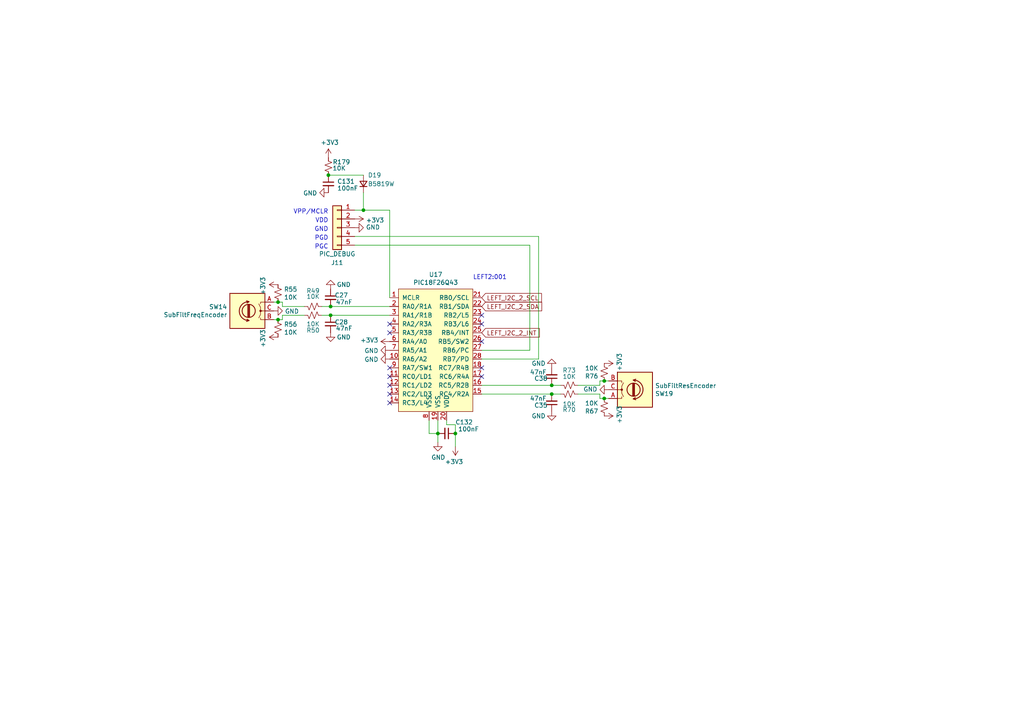
<source format=kicad_sch>
(kicad_sch (version 20210621) (generator eeschema)
  (paper "A4")
  (lib_symbols
    (symbol "Connector_Generic:Conn_01x05" (pin_names (offset 1.016) hide)
      (property "Reference" "J" (at 0 7.62 0))
      (property "Value" "Conn_01x05" (at 0 -7.62 0))
      (symbol "Conn_01x05_1_1"
        (rectangle (start -1.27 -4.953) (end 0 -5.207) (stroke (width 0.1524)))
        (rectangle (start -1.27 -2.413) (end 0 -2.667) (stroke (width 0.1524)))
        (rectangle (start -1.27 0.127) (end 0 -0.127) (stroke (width 0.1524)))
        (rectangle (start -1.27 2.667) (end 0 2.413) (stroke (width 0.1524)))
        (rectangle (start -1.27 5.207) (end 0 4.953) (stroke (width 0.1524)))
        (rectangle (start -1.27 6.35) (end 1.27 -6.35) (stroke (width 0.254)) (fill (type background)))
        (pin passive line (at -5.08 5.08 0) (length 3.81) (name "Pin_1") (number "1"))
        (pin passive line (at -5.08 2.54 0) (length 3.81) (name "Pin_2") (number "2"))
        (pin passive line (at -5.08 0 0) (length 3.81) (name "Pin_3") (number "3"))
        (pin passive line (at -5.08 -2.54 0) (length 3.81) (name "Pin_4") (number "4"))
        (pin passive line (at -5.08 -5.08 0) (length 3.81) (name "Pin_5") (number "5"))
      )
    )
    (symbol "Device:C_Small" (pin_numbers hide) (pin_names (offset 0.254) hide)
      (property "Reference" "C" (at 0.254 1.778 0))
      (property "Value" "C_Small" (at 0.254 -2.032 0))
      (symbol "C_Small_0_1"
        (polyline (pts (xy -1.524 -0.508) (xy 1.524 -0.508)) (stroke (width 0.3302)))
        (polyline (pts (xy -1.524 0.508) (xy 1.524 0.508)) (stroke (width 0.3048)))
      )
      (symbol "C_Small_1_1"
        (pin passive line (at 0 2.54 270) (length 2.032) (name "~") (number "1"))
        (pin passive line (at 0 -2.54 90) (length 2.032) (name "~") (number "2"))
      )
    )
    (symbol "Device:D_Small" (pin_numbers hide) (pin_names (offset 0.254) hide)
      (property "Reference" "D" (at -1.27 2.032 0))
      (property "Value" "D_Small" (at -3.81 -2.032 0))
      (symbol "D_Small_0_1"
        (polyline (pts (xy -0.762 -1.016) (xy -0.762 1.016)) (stroke (width 0.254)))
        (polyline (pts (xy -0.762 0) (xy 0.762 0)))
        (polyline (pts (xy 0.762 -1.016) (xy -0.762 0) (xy 0.762 1.016) (xy 0.762 -1.016)) (stroke (width 0.254)))
      )
      (symbol "D_Small_1_1"
        (pin passive line (at -2.54 0 0) (length 1.778) (name "K") (number "1"))
        (pin passive line (at 2.54 0 180) (length 1.778) (name "A") (number "2"))
      )
    )
    (symbol "Device:R_Small_US" (pin_numbers hide) (pin_names (offset 0.254) hide)
      (property "Reference" "R" (at 0.762 0.508 0))
      (property "Value" "R_Small_US" (at 0.762 -1.016 0))
      (symbol "R_Small_US_1_1"
        (polyline (pts (xy 0 0) (xy 1.016 -0.381) (xy 0 -0.762) (xy -1.016 -1.143) (xy 0 -1.524)))
        (polyline (pts (xy 0 1.524) (xy 1.016 1.143) (xy 0 0.762) (xy -1.016 0.381) (xy 0 0)))
        (pin passive line (at 0 2.54 270) (length 1.016) (name "~") (number "1"))
        (pin passive line (at 0 -2.54 90) (length 1.016) (name "~") (number "2"))
      )
    )
    (symbol "Device:RotaryEncoder" (pin_names (offset 0.254) hide)
      (property "Reference" "SW" (at 0 6.604 0))
      (property "Value" "RotaryEncoder" (at 0 -6.604 0))
      (symbol "RotaryEncoder_0_1"
        (arc (start -0.381 -2.794) (end -0.381 2.667) (radius (at -0.381 -0.0508) (length 2.7432) (angles -89.9 89.9)) (stroke (width 0.254)))
        (circle (center -0.381 0) (radius 1.905) (stroke (width 0.254)))
        (circle (center -3.81 0) (radius 0.254) (fill (type outline)))
        (rectangle (start -5.08 5.08) (end 5.08 -5.08) (stroke (width 0.254)) (fill (type background)))
        (polyline (pts (xy -0.635 -1.778) (xy -0.635 1.778)) (stroke (width 0.254)))
        (polyline (pts (xy -0.381 -1.778) (xy -0.381 1.778)) (stroke (width 0.254)))
        (polyline (pts (xy -0.127 1.778) (xy -0.127 -1.778)) (stroke (width 0.254)))
        (polyline (pts (xy -5.08 -2.54) (xy -3.81 -2.54) (xy -3.81 -2.032)))
        (polyline (pts (xy -5.08 2.54) (xy -3.81 2.54) (xy -3.81 2.032)))
        (polyline (pts (xy 0.254 -3.048) (xy -0.508 -2.794) (xy 0.127 -2.413)) (stroke (width 0.254)))
        (polyline (pts (xy 0.254 2.921) (xy -0.508 2.667) (xy 0.127 2.286)) (stroke (width 0.254)))
        (polyline (pts (xy -5.08 0) (xy -3.81 0) (xy -3.81 -1.016) (xy -3.302 -2.032)))
        (polyline (pts (xy -4.318 0) (xy -3.81 0) (xy -3.81 1.016) (xy -3.302 2.032)))
      )
      (symbol "RotaryEncoder_1_1"
        (pin passive line (at -7.62 2.54 0) (length 2.54) (name "A") (number "A"))
        (pin passive line (at -7.62 -2.54 0) (length 2.54) (name "B") (number "B"))
        (pin passive line (at -7.62 0 0) (length 2.54) (name "C") (number "C"))
      )
    )
    (symbol "PIC18F26Q43:PIC18F26Q43" (pin_names (offset 1.016))
      (property "Reference" "U" (at -6.35 -1.27 0))
      (property "Value" "PIC18F26Q43" (at -6.35 -3.81 0))
      (symbol "PIC18F26Q43_0_1"
        (rectangle (start -17.78 -6.35) (end 3.81 -41.91) (fill (type background)))
      )
      (symbol "PIC18F26Q43_1_1"
        (pin input line (at -20.32 -8.89 0) (length 2.54) (name "MCLR") (number "1"))
        (pin input line (at -20.32 -26.67 0) (length 2.54) (name "RA6/A2") (number "10"))
        (pin output line (at -20.32 -31.75 0) (length 2.54) (name "RC0/LD1") (number "11"))
        (pin output line (at -20.32 -34.29 0) (length 2.54) (name "RC1/LD2") (number "12"))
        (pin output line (at -20.32 -36.83 0) (length 2.54) (name "RC2/LD3") (number "13"))
        (pin output line (at -20.32 -39.37 0) (length 2.54) (name "RC3/L4") (number "14"))
        (pin input line (at 6.35 -36.83 180) (length 2.54) (name "RC4/R2A") (number "15"))
        (pin input line (at 6.35 -34.29 180) (length 2.54) (name "RC5/R2B") (number "16"))
        (pin input line (at 6.35 -31.75 180) (length 2.54) (name "RC6/R4A") (number "17"))
        (pin input line (at 6.35 -29.21 180) (length 2.54) (name "RC7/R4B") (number "18"))
        (pin power_in line (at -6.35 -44.45 90) (length 2.54) (name "VSS") (number "19"))
        (pin input line (at -20.32 -11.43 0) (length 2.54) (name "RA0/R1A") (number "2"))
        (pin power_in line (at -3.81 -44.45 90) (length 2.54) (name "VDD") (number "20"))
        (pin input line (at 6.35 -8.89 180) (length 2.54) (name "RB0/SCL") (number "21"))
        (pin bidirectional line (at 6.35 -11.43 180) (length 2.54) (name "RB1/SDA") (number "22"))
        (pin output line (at 6.35 -13.97 180) (length 2.54) (name "RB2/L5") (number "23"))
        (pin output line (at 6.35 -16.51 180) (length 2.54) (name "RB3/L6") (number "24"))
        (pin bidirectional line (at 6.35 -19.05 180) (length 2.54) (name "RB4/INT") (number "25"))
        (pin output line (at 6.35 -21.59 180) (length 2.54) (name "RB5/SW2") (number "26"))
        (pin input line (at 6.35 -24.13 180) (length 2.54) (name "RB6/PC") (number "27"))
        (pin input line (at 6.35 -26.67 180) (length 2.54) (name "RB7/PD") (number "28"))
        (pin input line (at -20.32 -13.97 0) (length 2.54) (name "RA1/R1B") (number "3"))
        (pin input line (at -20.32 -16.51 0) (length 2.54) (name "RA2/R3A") (number "4"))
        (pin input line (at -20.32 -19.05 0) (length 2.54) (name "RA3/R3B") (number "5"))
        (pin input line (at -20.32 -21.59 0) (length 2.54) (name "RA4/A0") (number "6"))
        (pin input line (at -20.32 -24.13 0) (length 2.54) (name "RA5/A1") (number "7"))
        (pin power_in line (at -8.89 -44.45 90) (length 2.54) (name "VSS") (number "8"))
        (pin input line (at -20.32 -29.21 0) (length 2.54) (name "RA7/SW1") (number "9"))
      )
    )
    (symbol "power:+3.3V" (power) (pin_names (offset 0))
      (property "Value" "+3.3V" (at 0 3.556 0))
      (symbol "+3.3V_0_1"
        (polyline (pts (xy -0.762 1.27) (xy 0 2.54)))
        (polyline (pts (xy 0 0) (xy 0 2.54)))
        (polyline (pts (xy 0 2.54) (xy 0.762 1.27)))
      )
      (symbol "+3.3V_1_1"
        (pin power_in line (at 0 0 90) (length 0) hide (name "+3V3") (number "1"))
      )
    )
    (symbol "power:GND" (power) (pin_names (offset 0))
      (property "Value" "GND" (at 0 -3.81 0))
      (symbol "GND_0_1"
        (polyline (pts (xy 0 0) (xy 0 -1.27) (xy 1.27 -1.27) (xy 0 -2.54) (xy -1.27 -1.27) (xy 0 -1.27)))
      )
      (symbol "GND_1_1"
        (pin power_in line (at 0 0 270) (length 0) hide (name "GND") (number "1"))
      )
    )
  )
  (junction (at 80.645 87.63))
  (junction (at 80.645 92.71))
  (junction (at 95.25 50.8))
  (junction (at 95.885 88.9))
  (junction (at 95.885 91.44))
  (junction (at 105.41 60.96))
  (junction (at 127 125.73))
  (junction (at 132.08 125.73))
  (junction (at 160.02 111.76))
  (junction (at 160.02 114.3))
  (junction (at 175.26 110.49))
  (junction (at 175.26 115.57))
  (no_connect (at 113.03 93.98))
  (no_connect (at 113.03 96.52))
  (no_connect (at 113.03 106.68))
  (no_connect (at 113.03 109.22))
  (no_connect (at 113.03 111.76))
  (no_connect (at 113.03 114.3))
  (no_connect (at 113.03 116.84))
  (no_connect (at 139.7 91.44))
  (no_connect (at 139.7 93.98))
  (no_connect (at 139.7 99.06))
  (no_connect (at 139.7 106.68))
  (no_connect (at 139.7 109.22))
  (wire (pts (xy 80.645 87.63) (xy 79.375 87.63)))
  (wire (pts (xy 80.645 92.71) (xy 79.375 92.71)))
  (wire (pts (xy 81.915 87.63) (xy 80.645 87.63)))
  (wire (pts (xy 81.915 87.63) (xy 81.915 88.9)))
  (wire (pts (xy 81.915 91.44) (xy 81.915 92.71)))
  (wire (pts (xy 81.915 92.71) (xy 80.645 92.71)))
  (wire (pts (xy 88.265 88.9) (xy 81.915 88.9)))
  (wire (pts (xy 88.265 91.44) (xy 81.915 91.44)))
  (wire (pts (xy 93.345 88.9) (xy 95.885 88.9)))
  (wire (pts (xy 93.345 91.44) (xy 95.885 91.44)))
  (wire (pts (xy 95.25 50.8) (xy 105.41 50.8)))
  (wire (pts (xy 95.885 88.9) (xy 113.03 88.9)))
  (wire (pts (xy 95.885 91.44) (xy 113.03 91.44)))
  (wire (pts (xy 102.87 60.96) (xy 105.41 60.96)))
  (wire (pts (xy 102.87 71.12) (xy 153.67 71.12)))
  (wire (pts (xy 105.41 60.96) (xy 105.41 55.88)))
  (wire (pts (xy 113.03 60.96) (xy 105.41 60.96)))
  (wire (pts (xy 113.03 60.96) (xy 113.03 86.36)))
  (wire (pts (xy 124.46 121.92) (xy 124.46 125.73)))
  (wire (pts (xy 124.46 125.73) (xy 127 125.73)))
  (wire (pts (xy 127 121.92) (xy 127 125.73)))
  (wire (pts (xy 127 125.73) (xy 127 128.27)))
  (wire (pts (xy 129.54 121.92) (xy 129.54 123.19)))
  (wire (pts (xy 132.08 123.19) (xy 129.54 123.19)))
  (wire (pts (xy 132.08 123.19) (xy 132.08 125.73)))
  (wire (pts (xy 132.08 129.54) (xy 132.08 125.73)))
  (wire (pts (xy 139.7 104.14) (xy 156.21 104.14)))
  (wire (pts (xy 139.7 111.76) (xy 160.02 111.76)))
  (wire (pts (xy 139.7 114.3) (xy 160.02 114.3)))
  (wire (pts (xy 153.67 71.12) (xy 153.67 101.6)))
  (wire (pts (xy 153.67 101.6) (xy 139.7 101.6)))
  (wire (pts (xy 156.21 68.58) (xy 102.87 68.58)))
  (wire (pts (xy 156.21 104.14) (xy 156.21 68.58)))
  (wire (pts (xy 162.56 111.76) (xy 160.02 111.76)))
  (wire (pts (xy 162.56 114.3) (xy 160.02 114.3)))
  (wire (pts (xy 167.64 111.76) (xy 173.99 111.76)))
  (wire (pts (xy 167.64 114.3) (xy 173.99 114.3)))
  (wire (pts (xy 173.99 110.49) (xy 175.26 110.49)))
  (wire (pts (xy 173.99 111.76) (xy 173.99 110.49)))
  (wire (pts (xy 173.99 115.57) (xy 173.99 114.3)))
  (wire (pts (xy 173.99 115.57) (xy 175.26 115.57)))
  (wire (pts (xy 175.26 110.49) (xy 176.53 110.49)))
  (wire (pts (xy 175.26 115.57) (xy 176.53 115.57)))
  (text "VPP/MCLR" (at 95.25 62.23 180) (effects (font (size 1.27 1.27)) (justify right bottom)))
  (text "VDD" (at 95.25 64.77 180) (effects (font (size 1.27 1.27)) (justify right bottom)))
  (text "GND" (at 95.25 67.31 180) (effects (font (size 1.27 1.27)) (justify right bottom)))
  (text "PGD" (at 95.25 69.85 180) (effects (font (size 1.27 1.27)) (justify right bottom)))
  (text "PGC" (at 95.25 72.39 180) (effects (font (size 1.27 1.27)) (justify right bottom)))
  (text "LEFT2:001" (at 137.16 81.28 0) (effects (font (size 1.27 1.27)) (justify left bottom)))
  (global_label "LEFT_I2C_2_SCL" (shape input) (at 139.7 86.36 0) (property "Intersheet References" "${INTERSHEET_REFS}" (effects hide)))
  (global_label "LEFT_I2C_2_SDA" (shape input) (at 139.7 88.9 0) (property "Intersheet References" "${INTERSHEET_REFS}" (effects hide)))
  (global_label "LEFT_I2C_2_INT" (shape input) (at 139.7 96.52 0) (property "Intersheet References" "${INTERSHEET_REFS}" (effects hide)))
  (symbol (lib_id "power:+3.3V") (at 80.645 82.55 90) (mirror x) (unit 1)
    (property "Reference" "#PWR0414" (effects hide))
    (property "Value" "+3.3V" (at 76.2508 82.931 0))
  )
  (symbol (lib_id "power:+3.3V") (at 80.645 97.79 90) (mirror x) (unit 1)
    (property "Reference" "#PWR0416" (effects hide))
    (property "Value" "+3.3V" (at 76.2508 98.171 0))
  )
  (symbol (lib_id "power:+3.3V") (at 95.25 45.72 0) (unit 1)
    (property "Reference" "#PWR0410" (effects hide))
    (property "Value" "+3.3V" (at 95.631 41.3258 0))
  )
  (symbol (lib_id "power:+3.3V") (at 102.87 63.5 270) (unit 1)
    (property "Reference" "#PWR0412" (effects hide))
    (property "Value" "+3.3V" (at 106.1212 63.881 90) (effects (justify left)))
  )
  (symbol (lib_id "power:+3.3V") (at 113.03 99.06 90) (unit 1)
    (property "Reference" "#PWR0921" (effects hide))
    (property "Value" "+3.3V" (at 109.7788 98.679 90) (effects (justify left)))
  )
  (symbol (lib_id "power:+3.3V") (at 132.08 129.54 180) (unit 1)
    (property "Reference" "#PWR0422" (effects hide))
    (property "Value" "+3.3V" (at 131.699 133.9342 0))
  )
  (symbol (lib_id "power:+3.3V") (at 175.26 105.41 270) (mirror x) (unit 1)
    (property "Reference" "#PWR0420" (effects hide))
    (property "Value" "+3.3V" (at 179.6542 105.029 0))
  )
  (symbol (lib_id "power:+3.3V") (at 175.26 120.65 270) (mirror x) (unit 1)
    (property "Reference" "#PWR0418" (effects hide))
    (property "Value" "+3.3V" (at 179.6542 120.269 0))
  )
  (symbol (lib_id "power:GND") (at 79.375 90.17 90) (mirror x) (unit 1)
    (property "Reference" "#PWR0119" (effects hide))
    (property "Value" "GND" (at 82.6262 90.297 90) (effects (justify right)))
  )
  (symbol (lib_id "power:GND") (at 95.25 55.88 270) (unit 1)
    (property "Reference" "#PWR0362" (effects hide))
    (property "Value" "GND" (at 91.9988 56.007 90) (effects (justify right)))
  )
  (symbol (lib_id "power:GND") (at 95.885 83.82 0) (mirror x) (unit 1)
    (property "Reference" "#PWR0109" (effects hide))
    (property "Value" "GND" (at 99.695 82.55 0))
  )
  (symbol (lib_id "power:GND") (at 95.885 96.52 0) (mirror y) (unit 1)
    (property "Reference" "#PWR0110" (effects hide))
    (property "Value" "GND" (at 99.695 97.79 0))
  )
  (symbol (lib_id "power:GND") (at 102.87 66.04 90) (unit 1)
    (property "Reference" "#PWR0360" (effects hide))
    (property "Value" "GND" (at 106.1212 65.913 90) (effects (justify right)))
  )
  (symbol (lib_id "power:GND") (at 113.03 101.6 270) (unit 1)
    (property "Reference" "#PWR0922" (effects hide))
    (property "Value" "GND" (at 109.7788 101.727 90) (effects (justify right)))
  )
  (symbol (lib_id "power:GND") (at 113.03 104.14 270) (unit 1)
    (property "Reference" "#PWR0923" (effects hide))
    (property "Value" "GND" (at 109.7788 104.267 90) (effects (justify right)))
  )
  (symbol (lib_id "power:GND") (at 127 128.27 0) (unit 1)
    (property "Reference" "#PWR0263" (effects hide))
    (property "Value" "GND" (at 127.127 132.6642 0))
  )
  (symbol (lib_id "power:GND") (at 160.02 106.68 0) (mirror x) (unit 1)
    (property "Reference" "#PWR0139" (effects hide))
    (property "Value" "GND" (at 156.21 105.41 0))
  )
  (symbol (lib_id "power:GND") (at 160.02 119.38 0) (mirror y) (unit 1)
    (property "Reference" "#PWR0133" (effects hide))
    (property "Value" "GND" (at 156.21 120.65 0))
  )
  (symbol (lib_id "power:GND") (at 176.53 113.03 270) (mirror x) (unit 1)
    (property "Reference" "#PWR0136" (effects hide))
    (property "Value" "GND" (at 173.2788 112.903 90) (effects (justify right)))
  )
  (symbol (lib_id "Device:R_Small_US") (at 80.645 85.09 180) (unit 1)
    (property "Reference" "R55" (at 82.3468 83.9216 0) (effects (justify right)))
    (property "Value" "10K" (at 82.3468 86.233 0) (effects (justify right)))
    (property "Footprint" "Resistor_SMD:R_0402_1005Metric" (effects hide))
    (property "LCSC" "C25744" (effects hide))
  )
  (symbol (lib_id "Device:R_Small_US") (at 80.645 95.25 180) (unit 1)
    (property "Reference" "R56" (at 82.3468 94.0816 0) (effects (justify right)))
    (property "Value" "10K" (at 82.3468 96.393 0) (effects (justify right)))
    (property "Footprint" "Resistor_SMD:R_0402_1005Metric" (effects hide))
    (property "LCSC" "C25744" (effects hide))
  )
  (symbol (lib_id "Device:R_Small_US") (at 90.805 88.9 90) (mirror x) (unit 1)
    (property "Reference" "R49" (at 90.805 85.09 90) (effects (justify bottom)))
    (property "Value" "10K" (at 90.805 86.0044 90))
    (property "Footprint" "Resistor_SMD:R_0402_1005Metric" (effects hide))
    (property "LCSC" "C25744" (effects hide))
  )
  (symbol (lib_id "Device:R_Small_US") (at 90.805 91.44 270) (mirror x) (unit 1)
    (property "Reference" "R50" (at 90.805 96.52 90) (effects (justify top)))
    (property "Value" "10K" (at 90.805 93.98 90))
    (property "Footprint" "Resistor_SMD:R_0402_1005Metric" (effects hide))
    (property "LCSC" "C25744" (effects hide))
  )
  (symbol (lib_id "Device:R_Small_US") (at 95.25 48.26 180) (unit 1)
    (property "Reference" "R179" (at 101.6 46.99 0) (effects (justify left)))
    (property "Value" "10K" (at 100.33 49.53 0) (effects (justify left top)))
    (property "Footprint" "Resistor_SMD:R_0603_1608Metric" (effects hide))
    (property "LCSC" "C25804" (effects hide))
  )
  (symbol (lib_id "Device:R_Small_US") (at 165.1 111.76 90) (mirror x) (unit 1)
    (property "Reference" "R73" (at 165.1 106.68 90) (effects (justify top)))
    (property "Value" "10K" (at 165.1 109.22 90))
    (property "Footprint" "Resistor_SMD:R_0402_1005Metric" (effects hide))
    (property "LCSC" "C25744" (effects hide))
  )
  (symbol (lib_id "Device:R_Small_US") (at 165.1 114.3 270) (mirror x) (unit 1)
    (property "Reference" "R70" (at 165.1 118.11 90) (effects (justify bottom)))
    (property "Value" "10K" (at 165.1 117.1956 90))
    (property "Footprint" "Resistor_SMD:R_0402_1005Metric" (effects hide))
    (property "LCSC" "C25744" (effects hide))
  )
  (symbol (lib_id "Device:R_Small_US") (at 175.26 107.95 0) (unit 1)
    (property "Reference" "R76" (at 173.5582 109.1184 0) (effects (justify right)))
    (property "Value" "10K" (at 173.5582 106.807 0) (effects (justify right)))
    (property "Footprint" "Resistor_SMD:R_0402_1005Metric" (effects hide))
    (property "LCSC" "C25744" (effects hide))
  )
  (symbol (lib_id "Device:R_Small_US") (at 175.26 118.11 0) (unit 1)
    (property "Reference" "R67" (at 173.5582 119.2784 0) (effects (justify right)))
    (property "Value" "10K" (at 173.5582 116.967 0) (effects (justify right)))
    (property "Footprint" "Resistor_SMD:R_0402_1005Metric" (effects hide))
    (property "LCSC" "C25744" (effects hide))
  )
  (symbol (lib_id "Device:D_Small") (at 105.41 53.34 90) (unit 1)
    (property "Reference" "D19" (at 106.68 50.8 90) (effects (justify right)))
    (property "Value" "B5819W" (at 106.68 53.34 90) (effects (justify right)))
    (property "Footprint" "Diode_SMD:D_SOD-123" (effects hide))
    (property "LCSC" "C8598" (effects hide))
  )
  (symbol (lib_id "Device:C_Small") (at 95.25 53.34 0) (unit 1)
    (property "Reference" "C131" (at 97.79 53.34 0) (effects (justify left bottom)))
    (property "Value" "100nF" (at 97.79 54.61 0) (effects (justify left)))
    (property "Footprint" "Capacitor_SMD:C_0402_1005Metric" (effects hide))
    (property "LCSC" "C1525" (effects hide))
  )
  (symbol (lib_id "Device:C_Small") (at 95.885 86.36 0) (unit 1)
    (property "Reference" "C27" (at 100.965 86.36 0) (effects (justify right bottom)))
    (property "Value" "47nF" (at 102.235 87.63 0) (effects (justify right)))
    (property "Footprint" "Capacitor_SMD:C_0603_1608Metric" (effects hide))
    (property "LCSC" "C1622" (effects hide))
  )
  (symbol (lib_id "Device:C_Small") (at 95.885 93.98 0) (unit 1)
    (property "Reference" "C28" (at 100.965 92.71 0) (effects (justify right top)))
    (property "Value" "47nF" (at 102.235 95.25 0) (effects (justify right)))
    (property "Footprint" "Capacitor_SMD:C_0603_1608Metric" (effects hide))
    (property "LCSC" "C1622" (effects hide))
  )
  (symbol (lib_id "Device:C_Small") (at 129.54 125.73 270) (unit 1)
    (property "Reference" "C132" (at 134.62 123.19 90) (effects (justify bottom)))
    (property "Value" "100nF" (at 135.89 124.46 90))
    (property "Footprint" "Capacitor_SMD:C_0402_1005Metric" (effects hide))
    (property "LCSC" "C1525" (effects hide))
  )
  (symbol (lib_id "Device:C_Small") (at 160.02 109.22 180) (unit 1)
    (property "Reference" "C38" (at 154.94 110.49 0) (effects (justify right top)))
    (property "Value" "47nF" (at 153.67 107.95 0) (effects (justify right)))
    (property "Footprint" "Capacitor_SMD:C_0603_1608Metric" (effects hide))
    (property "LCSC" "C1622" (effects hide))
  )
  (symbol (lib_id "Device:C_Small") (at 160.02 116.84 180) (unit 1)
    (property "Reference" "C35" (at 154.94 116.84 0) (effects (justify right bottom)))
    (property "Value" "47nF" (at 153.67 115.57 0) (effects (justify right)))
    (property "Footprint" "Capacitor_SMD:C_0603_1608Metric" (effects hide))
    (property "LCSC" "C1622" (effects hide))
  )
  (symbol (lib_id "Connector_Generic:Conn_01x05") (at 97.79 66.04 0) (mirror y) (unit 1)
    (property "Reference" "J11" (at 97.79 76.2 0))
    (property "Value" "PIC_DEBUG" (at 97.79 73.66 0))
    (property "Footprint" "Connector_PinHeader_1.27mm:PinHeader_1x05_P1.27mm_Vertical" (effects hide))
  )
  (symbol (lib_id "Device:RotaryEncoder") (at 71.755 90.17 0) (mirror y) (unit 1)
    (property "Reference" "SW14" (at 65.913 89.0016 0) (effects (justify left)))
    (property "Value" "SubFiltFreqEncoder" (at 65.913 91.313 0) (effects (justify left)))
    (property "Footprint" "PEC11R:PEC11R-4x15F-N0024" (effects hide))
  )
  (symbol (lib_id "Device:RotaryEncoder") (at 184.15 113.03 0) (mirror x) (unit 1)
    (property "Reference" "SW19" (at 189.992 114.1984 0) (effects (justify left)))
    (property "Value" "SubFiltResEncoder" (at 189.992 111.887 0) (effects (justify left)))
    (property "Footprint" "PEC11R:PEC11R-4x15F-N0024" (effects hide))
  )
  (symbol (lib_id "PIC18F26Q43:PIC18F26Q43") (at 133.35 77.47 0) (unit 1)
    (property "Reference" "U17" (at 126.365 79.629 0))
    (property "Value" "PIC18F26Q43" (at 126.365 81.9404 0))
    (property "Footprint" "Package_SO:SSOP-28_5.3x10.2mm_P0.65mm" (effects hide))
  )
)
</source>
